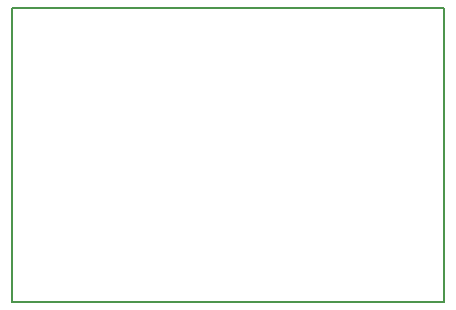
<source format=gbr>
%TF.GenerationSoftware,KiCad,Pcbnew,(6.0.2)*%
%TF.CreationDate,2022-03-09T19:48:55-08:00*%
%TF.ProjectId,IFLFU-test-front,49464c46-552d-4746-9573-742d66726f6e,rev?*%
%TF.SameCoordinates,Original*%
%TF.FileFunction,Soldermask,Bot*%
%TF.FilePolarity,Negative*%
%FSLAX46Y46*%
G04 Gerber Fmt 4.6, Leading zero omitted, Abs format (unit mm)*
G04 Created by KiCad (PCBNEW (6.0.2)) date 2022-03-09 19:48:55*
%MOMM*%
%LPD*%
G01*
G04 APERTURE LIST*
%ADD10C,0.150000*%
G04 APERTURE END LIST*
D10*
X19900000Y-20000000D02*
X56500000Y-20000000D01*
X56500000Y-20000000D02*
X56500000Y-44900000D01*
X56500000Y-44900000D02*
X19900000Y-44900000D01*
X19900000Y-44900000D02*
X19900000Y-20000000D01*
M02*

</source>
